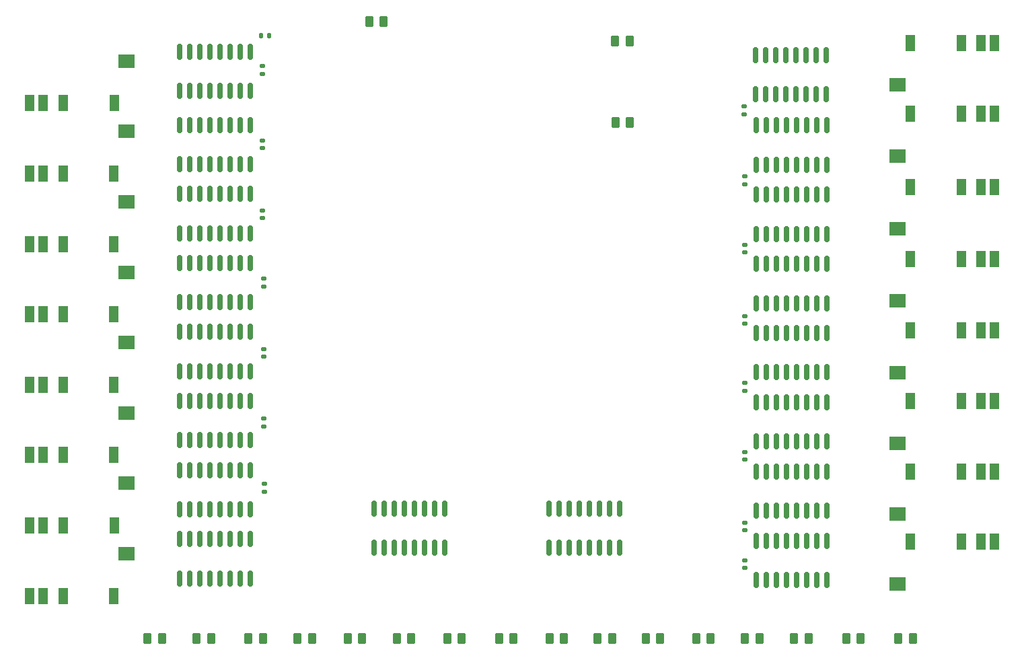
<source format=gtp>
G04 #@! TF.GenerationSoftware,KiCad,Pcbnew,8.0.5*
G04 #@! TF.CreationDate,2025-03-13T16:15:27+08:00*
G04 #@! TF.ProjectId,hardware,68617264-7761-4726-952e-6b696361645f,rev?*
G04 #@! TF.SameCoordinates,Original*
G04 #@! TF.FileFunction,Paste,Top*
G04 #@! TF.FilePolarity,Positive*
%FSLAX46Y46*%
G04 Gerber Fmt 4.6, Leading zero omitted, Abs format (unit mm)*
G04 Created by KiCad (PCBNEW 8.0.5) date 2025-03-13 16:15:27*
%MOMM*%
%LPD*%
G01*
G04 APERTURE LIST*
G04 Aperture macros list*
%AMRoundRect*
0 Rectangle with rounded corners*
0 $1 Rounding radius*
0 $2 $3 $4 $5 $6 $7 $8 $9 X,Y pos of 4 corners*
0 Add a 4 corners polygon primitive as box body*
4,1,4,$2,$3,$4,$5,$6,$7,$8,$9,$2,$3,0*
0 Add four circle primitives for the rounded corners*
1,1,$1+$1,$2,$3*
1,1,$1+$1,$4,$5*
1,1,$1+$1,$6,$7*
1,1,$1+$1,$8,$9*
0 Add four rect primitives between the rounded corners*
20,1,$1+$1,$2,$3,$4,$5,0*
20,1,$1+$1,$4,$5,$6,$7,0*
20,1,$1+$1,$6,$7,$8,$9,0*
20,1,$1+$1,$8,$9,$2,$3,0*%
G04 Aperture macros list end*
%ADD10R,1.300000X2.000000*%
%ADD11R,2.000000X1.700000*%
%ADD12RoundRect,0.150000X0.150000X-0.825000X0.150000X0.825000X-0.150000X0.825000X-0.150000X-0.825000X0*%
%ADD13RoundRect,0.140000X-0.170000X0.140000X-0.170000X-0.140000X0.170000X-0.140000X0.170000X0.140000X0*%
%ADD14RoundRect,0.150000X-0.150000X0.825000X-0.150000X-0.825000X0.150000X-0.825000X0.150000X0.825000X0*%
%ADD15RoundRect,0.250000X-0.262500X-0.450000X0.262500X-0.450000X0.262500X0.450000X-0.262500X0.450000X0*%
%ADD16RoundRect,0.250000X0.262500X0.450000X-0.262500X0.450000X-0.262500X-0.450000X0.262500X-0.450000X0*%
%ADD17RoundRect,0.140000X-0.140000X-0.170000X0.140000X-0.170000X0.140000X0.170000X-0.140000X0.170000X0*%
G04 APERTURE END LIST*
D10*
G04 #@! TO.C,M16*
X278600001Y-55700000D03*
X276100001Y-55700000D03*
D11*
X268100002Y-61000000D03*
D10*
X269700001Y-55700001D03*
X280300000Y-55700000D03*
G04 #@! TD*
G04 #@! TO.C,M8*
X278600001Y-64636500D03*
X276100001Y-64636500D03*
D11*
X268100002Y-69936500D03*
D10*
X269700001Y-64636501D03*
X280300000Y-64636500D03*
G04 #@! TD*
G04 #@! TO.C,M9*
X280300000Y-73836500D03*
X269700001Y-73836501D03*
D11*
X268100002Y-79136500D03*
D10*
X276100001Y-73836500D03*
X278600001Y-73836500D03*
G04 #@! TD*
G04 #@! TO.C,M10*
X280300000Y-82900000D03*
X269700001Y-82900001D03*
D11*
X268100002Y-88200000D03*
D10*
X276100001Y-82900000D03*
X278600001Y-82900000D03*
G04 #@! TD*
G04 #@! TO.C,M11*
X280300000Y-91900000D03*
X269700001Y-91900001D03*
D11*
X268100002Y-97200000D03*
D10*
X276100001Y-91900000D03*
X278600001Y-91900000D03*
G04 #@! TD*
G04 #@! TO.C,M12*
X280300000Y-100800000D03*
X269700001Y-100800001D03*
D11*
X268100002Y-106100000D03*
D10*
X276100001Y-100800000D03*
X278600001Y-100800000D03*
G04 #@! TD*
G04 #@! TO.C,M13*
X280300000Y-109700000D03*
X269700001Y-109700001D03*
D11*
X268100002Y-115000000D03*
D10*
X276100001Y-109700000D03*
X278600001Y-109700000D03*
G04 #@! TD*
G04 #@! TO.C,M14*
X280300000Y-118500000D03*
X269700001Y-118500001D03*
D11*
X268100002Y-123800000D03*
D10*
X276100001Y-118500000D03*
X278600001Y-118500000D03*
G04 #@! TD*
G04 #@! TO.C,M7*
X158863502Y-125300000D03*
X169463501Y-125299999D03*
D11*
X171063500Y-120000000D03*
D10*
X163063501Y-125300000D03*
X160563501Y-125300000D03*
G04 #@! TD*
G04 #@! TO.C,M6*
X158900001Y-116442853D03*
X169500000Y-116442852D03*
D11*
X171099999Y-111142853D03*
D10*
X163100000Y-116442853D03*
X160600000Y-116442853D03*
G04 #@! TD*
G04 #@! TO.C,M5*
X158863502Y-107585711D03*
X169463501Y-107585710D03*
D11*
X171063500Y-102285711D03*
D10*
X163063501Y-107585711D03*
X160563501Y-107585711D03*
G04 #@! TD*
G04 #@! TO.C,M4*
X158863502Y-98728569D03*
X169463501Y-98728568D03*
D11*
X171063500Y-93428569D03*
D10*
X163063501Y-98728569D03*
X160563501Y-98728569D03*
G04 #@! TD*
G04 #@! TO.C,M3*
X158863502Y-89871427D03*
X169463501Y-89871426D03*
D11*
X171063500Y-84571427D03*
D10*
X163063501Y-89871427D03*
X160563501Y-89871427D03*
G04 #@! TD*
G04 #@! TO.C,M2*
X158863502Y-81014285D03*
X169463501Y-81014284D03*
D11*
X171063500Y-75714285D03*
D10*
X163063501Y-81014285D03*
X160563501Y-81014285D03*
G04 #@! TD*
G04 #@! TO.C,M1*
X158863502Y-72157143D03*
X169463501Y-72157142D03*
D11*
X171063500Y-66857143D03*
D10*
X163063501Y-72157143D03*
X160563501Y-72157143D03*
G04 #@! TD*
G04 #@! TO.C,M15*
X158900000Y-63300001D03*
X169499999Y-63300000D03*
D11*
X171099998Y-58000001D03*
D10*
X163099999Y-63300001D03*
X160599999Y-63300001D03*
G04 #@! TD*
D12*
G04 #@! TO.C,U8*
X177755000Y-105733332D03*
X179025000Y-105733332D03*
X180295000Y-105733332D03*
X181565000Y-105733332D03*
X182835000Y-105733332D03*
X184105000Y-105733332D03*
X185375000Y-105733332D03*
X186645000Y-105733332D03*
X186645000Y-100783332D03*
X185375000Y-100783332D03*
X184105000Y-100783332D03*
X182835000Y-100783332D03*
X181565000Y-100783332D03*
X180295000Y-100783332D03*
X179025000Y-100783332D03*
X177755000Y-100783332D03*
G04 #@! TD*
D13*
G04 #@! TO.C,C14*
X248900000Y-120820000D03*
X248900000Y-121780000D03*
G04 #@! TD*
D14*
G04 #@! TO.C,U14*
X259200000Y-92224999D03*
X257930000Y-92224999D03*
X256660000Y-92224999D03*
X255390000Y-92224999D03*
X254120000Y-92224999D03*
X252850000Y-92224999D03*
X251580000Y-92224999D03*
X250310000Y-92224999D03*
X250310000Y-97174999D03*
X251580000Y-97174999D03*
X252850000Y-97174999D03*
X254120000Y-97174999D03*
X255390000Y-97174999D03*
X256660000Y-97174999D03*
X257930000Y-97174999D03*
X259200000Y-97174999D03*
G04 #@! TD*
D15*
G04 #@! TO.C,R12*
X224287500Y-130700000D03*
X226112500Y-130700000D03*
G04 #@! TD*
G04 #@! TO.C,R13*
X230337500Y-130700000D03*
X232162500Y-130700000D03*
G04 #@! TD*
D14*
G04 #@! TO.C,U17*
X259200000Y-118350000D03*
X257930000Y-118350000D03*
X256660000Y-118350000D03*
X255390000Y-118350000D03*
X254120000Y-118350000D03*
X252850000Y-118350000D03*
X251580000Y-118350000D03*
X250310000Y-118350000D03*
X250310000Y-123300000D03*
X251580000Y-123300000D03*
X252850000Y-123300000D03*
X254120000Y-123300000D03*
X255390000Y-123300000D03*
X256660000Y-123300000D03*
X257930000Y-123300000D03*
X259200000Y-123300000D03*
G04 #@! TD*
D15*
G04 #@! TO.C,R5*
X179875000Y-130700000D03*
X181700000Y-130700000D03*
G04 #@! TD*
D13*
G04 #@! TO.C,C9*
X248900000Y-81120000D03*
X248900000Y-82080000D03*
G04 #@! TD*
D15*
G04 #@! TO.C,R19*
X268187500Y-130700000D03*
X270012500Y-130700000D03*
G04 #@! TD*
G04 #@! TO.C,R7*
X192575000Y-130700000D03*
X194400000Y-130700000D03*
G04 #@! TD*
D12*
G04 #@! TO.C,U7*
X177755000Y-97049999D03*
X179025000Y-97049999D03*
X180295000Y-97049999D03*
X181565000Y-97049999D03*
X182835000Y-97049999D03*
X184105000Y-97049999D03*
X185375000Y-97049999D03*
X186645000Y-97049999D03*
X186645000Y-92099999D03*
X185375000Y-92099999D03*
X184105000Y-92099999D03*
X182835000Y-92099999D03*
X181565000Y-92099999D03*
X180295000Y-92099999D03*
X179025000Y-92099999D03*
X177755000Y-92099999D03*
G04 #@! TD*
D13*
G04 #@! TO.C,C16*
X248800000Y-63720000D03*
X248800000Y-64680000D03*
G04 #@! TD*
D12*
G04 #@! TO.C,U5*
X177755000Y-79683333D03*
X179025000Y-79683333D03*
X180295000Y-79683333D03*
X181565000Y-79683333D03*
X182835000Y-79683333D03*
X184105000Y-79683333D03*
X185375000Y-79683333D03*
X186645000Y-79683333D03*
X186645000Y-74733333D03*
X185375000Y-74733333D03*
X184105000Y-74733333D03*
X182835000Y-74733333D03*
X181565000Y-74733333D03*
X180295000Y-74733333D03*
X179025000Y-74733333D03*
X177755000Y-74733333D03*
G04 #@! TD*
G04 #@! TO.C,U9*
X177755000Y-114416665D03*
X179025000Y-114416665D03*
X180295000Y-114416665D03*
X181565000Y-114416665D03*
X182835000Y-114416665D03*
X184105000Y-114416665D03*
X185375000Y-114416665D03*
X186645000Y-114416665D03*
X186645000Y-109466665D03*
X185375000Y-109466665D03*
X184105000Y-109466665D03*
X182835000Y-109466665D03*
X181565000Y-109466665D03*
X180295000Y-109466665D03*
X179025000Y-109466665D03*
X177755000Y-109466665D03*
G04 #@! TD*
D13*
G04 #@! TO.C,C2*
X188200000Y-68020000D03*
X188200000Y-68980000D03*
G04 #@! TD*
G04 #@! TO.C,C1*
X188200000Y-58640000D03*
X188200000Y-59600000D03*
G04 #@! TD*
D12*
G04 #@! TO.C,U3*
X224255000Y-119275000D03*
X225525000Y-119275000D03*
X226795000Y-119275000D03*
X228065000Y-119275000D03*
X229335000Y-119275000D03*
X230605000Y-119275000D03*
X231875000Y-119275000D03*
X233145000Y-119275000D03*
X233145000Y-114325000D03*
X231875000Y-114325000D03*
X230605000Y-114325000D03*
X229335000Y-114325000D03*
X228065000Y-114325000D03*
X226795000Y-114325000D03*
X225525000Y-114325000D03*
X224255000Y-114325000D03*
G04 #@! TD*
D13*
G04 #@! TO.C,C13*
X248900000Y-116100000D03*
X248900000Y-117060000D03*
G04 #@! TD*
D15*
G04 #@! TO.C,R14*
X236387500Y-130700000D03*
X238212500Y-130700000D03*
G04 #@! TD*
G04 #@! TO.C,R16*
X248887500Y-130700000D03*
X250712500Y-130700000D03*
G04 #@! TD*
G04 #@! TO.C,R10*
X211437500Y-130700000D03*
X213262500Y-130700000D03*
G04 #@! TD*
G04 #@! TO.C,R9*
X205087500Y-130700000D03*
X206912500Y-130700000D03*
G04 #@! TD*
D16*
G04 #@! TO.C,R1*
X234415000Y-65700000D03*
X232590000Y-65700000D03*
G04 #@! TD*
D14*
G04 #@! TO.C,U16*
X259200000Y-109641665D03*
X257930000Y-109641665D03*
X256660000Y-109641665D03*
X255390000Y-109641665D03*
X254120000Y-109641665D03*
X252850000Y-109641665D03*
X251580000Y-109641665D03*
X250310000Y-109641665D03*
X250310000Y-114591665D03*
X251580000Y-114591665D03*
X252850000Y-114591665D03*
X254120000Y-114591665D03*
X255390000Y-114591665D03*
X256660000Y-114591665D03*
X257930000Y-114591665D03*
X259200000Y-114591665D03*
G04 #@! TD*
D12*
G04 #@! TO.C,U6*
X177755000Y-88366666D03*
X179025000Y-88366666D03*
X180295000Y-88366666D03*
X181565000Y-88366666D03*
X182835000Y-88366666D03*
X184105000Y-88366666D03*
X185375000Y-88366666D03*
X186645000Y-88366666D03*
X186645000Y-83416666D03*
X185375000Y-83416666D03*
X184105000Y-83416666D03*
X182835000Y-83416666D03*
X181565000Y-83416666D03*
X180295000Y-83416666D03*
X179025000Y-83416666D03*
X177755000Y-83416666D03*
G04 #@! TD*
D13*
G04 #@! TO.C,C10*
X248900000Y-90100000D03*
X248900000Y-91060000D03*
G04 #@! TD*
G04 #@! TO.C,C8*
X248900000Y-72520000D03*
X248900000Y-73480000D03*
G04 #@! TD*
D15*
G04 #@! TO.C,R15*
X242737500Y-130700000D03*
X244562500Y-130700000D03*
G04 #@! TD*
D14*
G04 #@! TO.C,U15*
X259200000Y-100933332D03*
X257930000Y-100933332D03*
X256660000Y-100933332D03*
X255390000Y-100933332D03*
X254120000Y-100933332D03*
X252850000Y-100933332D03*
X251580000Y-100933332D03*
X250310000Y-100933332D03*
X250310000Y-105883332D03*
X251580000Y-105883332D03*
X252850000Y-105883332D03*
X254120000Y-105883332D03*
X255390000Y-105883332D03*
X256660000Y-105883332D03*
X257930000Y-105883332D03*
X259200000Y-105883332D03*
G04 #@! TD*
D15*
G04 #@! TO.C,R18*
X261637500Y-130700000D03*
X263462500Y-130700000D03*
G04 #@! TD*
G04 #@! TO.C,R17*
X255087500Y-130700000D03*
X256912500Y-130700000D03*
G04 #@! TD*
D12*
G04 #@! TO.C,U4*
X177755000Y-71000000D03*
X179025000Y-71000000D03*
X180295000Y-71000000D03*
X181565000Y-71000000D03*
X182835000Y-71000000D03*
X184105000Y-71000000D03*
X185375000Y-71000000D03*
X186645000Y-71000000D03*
X186645000Y-66050000D03*
X185375000Y-66050000D03*
X184105000Y-66050000D03*
X182835000Y-66050000D03*
X181565000Y-66050000D03*
X180295000Y-66050000D03*
X179025000Y-66050000D03*
X177755000Y-66050000D03*
G04 #@! TD*
G04 #@! TO.C,U2*
X202200000Y-119275000D03*
X203470000Y-119275000D03*
X204740000Y-119275000D03*
X206010000Y-119275000D03*
X207280000Y-119275000D03*
X208550000Y-119275000D03*
X209820000Y-119275000D03*
X211090000Y-119275000D03*
X211090000Y-114325000D03*
X209820000Y-114325000D03*
X208550000Y-114325000D03*
X207280000Y-114325000D03*
X206010000Y-114325000D03*
X204740000Y-114325000D03*
X203470000Y-114325000D03*
X202200000Y-114325000D03*
G04 #@! TD*
D15*
G04 #@! TO.C,R11*
X217937500Y-130700000D03*
X219762500Y-130700000D03*
G04 #@! TD*
D13*
G04 #@! TO.C,C3*
X188200000Y-76820000D03*
X188200000Y-77780000D03*
G04 #@! TD*
G04 #@! TO.C,C7*
X188400000Y-111220000D03*
X188400000Y-112180000D03*
G04 #@! TD*
D12*
G04 #@! TO.C,U18*
X177780000Y-61750000D03*
X179050000Y-61750000D03*
X180320000Y-61750000D03*
X181590000Y-61750000D03*
X182860000Y-61750000D03*
X184130000Y-61750000D03*
X185400000Y-61750000D03*
X186670000Y-61750000D03*
X186670000Y-56800000D03*
X185400000Y-56800000D03*
X184130000Y-56800000D03*
X182860000Y-56800000D03*
X181590000Y-56800000D03*
X180320000Y-56800000D03*
X179050000Y-56800000D03*
X177780000Y-56800000D03*
G04 #@! TD*
D15*
G04 #@! TO.C,R6*
X186425000Y-130700000D03*
X188250000Y-130700000D03*
G04 #@! TD*
D14*
G04 #@! TO.C,U13*
X259200000Y-83516666D03*
X257930000Y-83516666D03*
X256660000Y-83516666D03*
X255390000Y-83516666D03*
X254120000Y-83516666D03*
X252850000Y-83516666D03*
X251580000Y-83516666D03*
X250310000Y-83516666D03*
X250310000Y-88466666D03*
X251580000Y-88466666D03*
X252850000Y-88466666D03*
X254120000Y-88466666D03*
X255390000Y-88466666D03*
X256660000Y-88466666D03*
X257930000Y-88466666D03*
X259200000Y-88466666D03*
G04 #@! TD*
D12*
G04 #@! TO.C,U10*
X177755000Y-123100000D03*
X179025000Y-123100000D03*
X180295000Y-123100000D03*
X181565000Y-123100000D03*
X182835000Y-123100000D03*
X184105000Y-123100000D03*
X185375000Y-123100000D03*
X186645000Y-123100000D03*
X186645000Y-118150000D03*
X185375000Y-118150000D03*
X184105000Y-118150000D03*
X182835000Y-118150000D03*
X181565000Y-118150000D03*
X180295000Y-118150000D03*
X179025000Y-118150000D03*
X177755000Y-118150000D03*
G04 #@! TD*
D13*
G04 #@! TO.C,C5*
X188300000Y-94220000D03*
X188300000Y-95180000D03*
G04 #@! TD*
G04 #@! TO.C,C11*
X248900000Y-98520000D03*
X248900000Y-99480000D03*
G04 #@! TD*
D17*
G04 #@! TO.C,C15*
X188020000Y-54800000D03*
X188980000Y-54800000D03*
G04 #@! TD*
D13*
G04 #@! TO.C,C4*
X188300000Y-85400000D03*
X188300000Y-86360000D03*
G04 #@! TD*
D16*
G04 #@! TO.C,R3*
X203412500Y-53000000D03*
X201587500Y-53000000D03*
G04 #@! TD*
D15*
G04 #@! TO.C,R8*
X198875000Y-130700000D03*
X200700000Y-130700000D03*
G04 #@! TD*
D14*
G04 #@! TO.C,U12*
X259200000Y-74808333D03*
X257930000Y-74808333D03*
X256660000Y-74808333D03*
X255390000Y-74808333D03*
X254120000Y-74808333D03*
X252850000Y-74808333D03*
X251580000Y-74808333D03*
X250310000Y-74808333D03*
X250310000Y-79758333D03*
X251580000Y-79758333D03*
X252850000Y-79758333D03*
X254120000Y-79758333D03*
X255390000Y-79758333D03*
X256660000Y-79758333D03*
X257930000Y-79758333D03*
X259200000Y-79758333D03*
G04 #@! TD*
D16*
G04 #@! TO.C,R2*
X234370000Y-55500000D03*
X232545000Y-55500000D03*
G04 #@! TD*
D13*
G04 #@! TO.C,C12*
X248900000Y-107220000D03*
X248900000Y-108180000D03*
G04 #@! TD*
D14*
G04 #@! TO.C,U11*
X259200000Y-66100000D03*
X257930000Y-66100000D03*
X256660000Y-66100000D03*
X255390000Y-66100000D03*
X254120000Y-66100000D03*
X252850000Y-66100000D03*
X251580000Y-66100000D03*
X250310000Y-66100000D03*
X250310000Y-71050000D03*
X251580000Y-71050000D03*
X252850000Y-71050000D03*
X254120000Y-71050000D03*
X255390000Y-71050000D03*
X256660000Y-71050000D03*
X257930000Y-71050000D03*
X259200000Y-71050000D03*
G04 #@! TD*
D13*
G04 #@! TO.C,C6*
X188300000Y-103020000D03*
X188300000Y-103980000D03*
G04 #@! TD*
D14*
G04 #@! TO.C,U19*
X259100000Y-57225000D03*
X257830000Y-57225000D03*
X256560000Y-57225000D03*
X255290000Y-57225000D03*
X254020000Y-57225000D03*
X252750000Y-57225000D03*
X251480000Y-57225000D03*
X250210000Y-57225000D03*
X250210000Y-62175000D03*
X251480000Y-62175000D03*
X252750000Y-62175000D03*
X254020000Y-62175000D03*
X255290000Y-62175000D03*
X256560000Y-62175000D03*
X257830000Y-62175000D03*
X259100000Y-62175000D03*
G04 #@! TD*
D15*
G04 #@! TO.C,R4*
X173687500Y-130700000D03*
X175512500Y-130700000D03*
G04 #@! TD*
M02*

</source>
